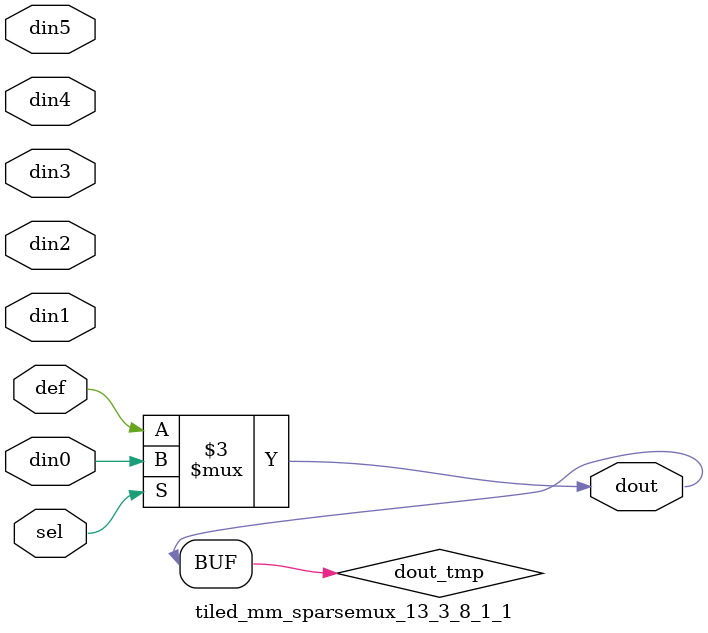
<source format=v>
`timescale 1ns / 1ps

module tiled_mm_sparsemux_13_3_8_1_1 (din0,din1,din2,din3,din4,din5,def,sel,dout);

parameter din0_WIDTH = 1;

parameter din1_WIDTH = 1;

parameter din2_WIDTH = 1;

parameter din3_WIDTH = 1;

parameter din4_WIDTH = 1;

parameter din5_WIDTH = 1;

parameter def_WIDTH = 1;
parameter sel_WIDTH = 1;
parameter dout_WIDTH = 1;

parameter [sel_WIDTH-1:0] CASE0 = 1;

parameter [sel_WIDTH-1:0] CASE1 = 1;

parameter [sel_WIDTH-1:0] CASE2 = 1;

parameter [sel_WIDTH-1:0] CASE3 = 1;

parameter [sel_WIDTH-1:0] CASE4 = 1;

parameter [sel_WIDTH-1:0] CASE5 = 1;

parameter ID = 1;
parameter NUM_STAGE = 1;



input [din0_WIDTH-1:0] din0;

input [din1_WIDTH-1:0] din1;

input [din2_WIDTH-1:0] din2;

input [din3_WIDTH-1:0] din3;

input [din4_WIDTH-1:0] din4;

input [din5_WIDTH-1:0] din5;

input [def_WIDTH-1:0] def;
input [sel_WIDTH-1:0] sel;

output [dout_WIDTH-1:0] dout;



reg [dout_WIDTH-1:0] dout_tmp;

always @ (*) begin
case (sel)
    
    CASE0 : dout_tmp = din0;
    
    CASE1 : dout_tmp = din1;
    
    CASE2 : dout_tmp = din2;
    
    CASE3 : dout_tmp = din3;
    
    CASE4 : dout_tmp = din4;
    
    CASE5 : dout_tmp = din5;
    
    default : dout_tmp = def;
endcase
end


assign dout = dout_tmp;



endmodule

</source>
